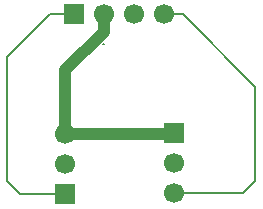
<source format=gtl>
G04 #@! TF.GenerationSoftware,KiCad,Pcbnew,9.0.2*
G04 #@! TF.CreationDate,2025-07-05T11:04:00-07:00*
G04 #@! TF.ProjectId,Passive,50617373-6976-4652-9e6b-696361645f70,rev?*
G04 #@! TF.SameCoordinates,Original*
G04 #@! TF.FileFunction,Copper,L1,Top*
G04 #@! TF.FilePolarity,Positive*
%FSLAX46Y46*%
G04 Gerber Fmt 4.6, Leading zero omitted, Abs format (unit mm)*
G04 Created by KiCad (PCBNEW 9.0.2) date 2025-07-05 11:04:00*
%MOMM*%
%LPD*%
G01*
G04 APERTURE LIST*
G04 #@! TA.AperFunction,ComponentPad*
%ADD10R,1.700000X1.700000*%
G04 #@! TD*
G04 #@! TA.AperFunction,ComponentPad*
%ADD11C,1.700000*%
G04 #@! TD*
G04 #@! TA.AperFunction,Conductor*
%ADD12C,0.200000*%
G04 #@! TD*
G04 #@! TA.AperFunction,Conductor*
%ADD13C,1.000000*%
G04 #@! TD*
G04 APERTURE END LIST*
D10*
X147885000Y-91080000D03*
D11*
X147885000Y-88540000D03*
X147885000Y-86000000D03*
X157115000Y-91040000D03*
X157115000Y-88500000D03*
D10*
X157115000Y-85960000D03*
X148615000Y-75885000D03*
D11*
X151155000Y-75885000D03*
X153695000Y-75885000D03*
X156235000Y-75885000D03*
D12*
X157115000Y-91040000D02*
X162960000Y-91040000D01*
X162960000Y-91040000D02*
X164000000Y-90000000D01*
X164000000Y-90000000D02*
X164000000Y-82000000D01*
X164000000Y-82000000D02*
X157885000Y-75885000D01*
X157885000Y-75885000D02*
X156235000Y-75885000D01*
X143000000Y-90000000D02*
X143000000Y-79500000D01*
X143000000Y-79500000D02*
X146615000Y-75885000D01*
X146615000Y-75885000D02*
X148615000Y-75885000D01*
X147885000Y-91080000D02*
X144080000Y-91080000D01*
X144080000Y-91080000D02*
X143000000Y-90000000D01*
D13*
X151155000Y-75885000D02*
X151155000Y-77345000D01*
X151155000Y-77345000D02*
X147885000Y-80615000D01*
X147885000Y-80615000D02*
X147885000Y-86000000D01*
X147885000Y-86000000D02*
X148000000Y-85885000D01*
X147885000Y-86000000D02*
X157075000Y-86000000D01*
X157075000Y-86000000D02*
X157115000Y-85960000D01*
D12*
X151115000Y-78385000D02*
X151155000Y-78385000D01*
M02*

</source>
